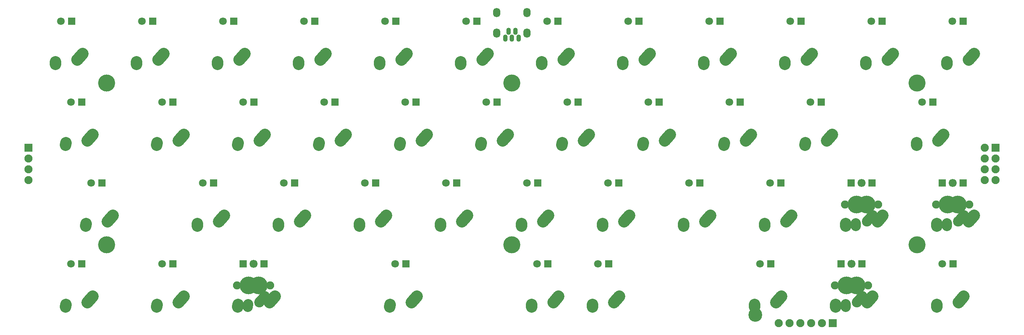
<source format=gbr>
G04 #@! TF.FileFunction,Soldermask,Top*
%FSLAX46Y46*%
G04 Gerber Fmt 4.6, Leading zero omitted, Abs format (unit mm)*
G04 Created by KiCad (PCBNEW 4.0.2-stable) date 6/1/2017 7:16:42 PM*
%MOMM*%
G01*
G04 APERTURE LIST*
%ADD10C,0.100000*%
%ADD11R,1.800200X1.800200*%
%ADD12C,1.800200*%
%ADD13C,4.000000*%
%ADD14O,1.957680X1.800200*%
%ADD15R,1.900000X1.900000*%
%ADD16O,1.900000X1.900000*%
%ADD17C,1.900000*%
%ADD18C,2.700000*%
%ADD19C,2.800000*%
%ADD20C,2.577000*%
%ADD21C,2.400000*%
%ADD22C,2.400000*%
%ADD23C,1.901800*%
%ADD24C,4.187800*%
%ADD25C,2.350000*%
%ADD26C,3.248000*%
%ADD27O,1.100000X1.700000*%
%ADD28O,1.700000X2.200000*%
G04 APERTURE END LIST*
D10*
D11*
X115570000Y-33020000D03*
D12*
X113030000Y-33020000D03*
D13*
X47625000Y-85725000D03*
X142875000Y-85725000D03*
X238125000Y-85725000D03*
X238125000Y-47625000D03*
X142875000Y-47625000D03*
X47625000Y-47625000D03*
D11*
X39370000Y-33020000D03*
D12*
X36830000Y-33020000D03*
D11*
X58420000Y-33020000D03*
D12*
X55880000Y-33020000D03*
D11*
X77470000Y-33020000D03*
D12*
X74930000Y-33020000D03*
D11*
X96520000Y-33020000D03*
D12*
X93980000Y-33020000D03*
D11*
X134620000Y-33020000D03*
D12*
X132080000Y-33020000D03*
D11*
X153670000Y-33020000D03*
D12*
X151130000Y-33020000D03*
D11*
X172720000Y-33020000D03*
D12*
X170180000Y-33020000D03*
D11*
X191770000Y-33020000D03*
D12*
X189230000Y-33020000D03*
D11*
X210820000Y-33020000D03*
D12*
X208280000Y-33020000D03*
D11*
X229870000Y-33020000D03*
D12*
X227330000Y-33020000D03*
D11*
X41751250Y-52070000D03*
D12*
X39211250Y-52070000D03*
D11*
X63182500Y-52070000D03*
D12*
X60642500Y-52070000D03*
D11*
X82232500Y-52070000D03*
D12*
X79692500Y-52070000D03*
D11*
X101282500Y-52070000D03*
D12*
X98742500Y-52070000D03*
D11*
X120332500Y-52070000D03*
D12*
X117792500Y-52070000D03*
D11*
X139382500Y-52070000D03*
D12*
X136842500Y-52070000D03*
D11*
X158432500Y-52070000D03*
D12*
X155892500Y-52070000D03*
D11*
X177482500Y-52070000D03*
D12*
X174942500Y-52070000D03*
D11*
X196532500Y-52070000D03*
D12*
X193992500Y-52070000D03*
D11*
X215582500Y-52070000D03*
D12*
X213042500Y-52070000D03*
D11*
X241776250Y-52070000D03*
D12*
X239236250Y-52070000D03*
D11*
X46513750Y-71120000D03*
D12*
X43973750Y-71120000D03*
D11*
X72707500Y-71120000D03*
D12*
X70167500Y-71120000D03*
D11*
X91757500Y-71120000D03*
D12*
X89217500Y-71120000D03*
D11*
X110807500Y-71120000D03*
D12*
X108267500Y-71120000D03*
D11*
X129857500Y-71120000D03*
D12*
X127317500Y-71120000D03*
D11*
X148907500Y-71120000D03*
D12*
X146367500Y-71120000D03*
D11*
X167957500Y-71120000D03*
D12*
X165417500Y-71120000D03*
D11*
X187007500Y-71120000D03*
D12*
X184467500Y-71120000D03*
D11*
X206057500Y-71120000D03*
D12*
X203517500Y-71120000D03*
D11*
X41751250Y-90170000D03*
D12*
X39211250Y-90170000D03*
D11*
X63182500Y-90170000D03*
D12*
X60642500Y-90170000D03*
D11*
X117951250Y-90170000D03*
D12*
X115411250Y-90170000D03*
D11*
X151288750Y-90170000D03*
D12*
X148748750Y-90170000D03*
D11*
X203676250Y-90170000D03*
D12*
X201136250Y-90170000D03*
D11*
X246538750Y-90170000D03*
D12*
X243998750Y-90170000D03*
D11*
X248920000Y-33020000D03*
D12*
X246380000Y-33020000D03*
D11*
X165576250Y-90170000D03*
D12*
X163036250Y-90170000D03*
D11*
X222566230Y-71120000D03*
X227488750Y-71120000D03*
D14*
X225027490Y-71120000D03*
D11*
X243997480Y-71120000D03*
X248920000Y-71120000D03*
D14*
X246458740Y-71120000D03*
D11*
X220184980Y-90170000D03*
X225107500Y-90170000D03*
D14*
X222646240Y-90170000D03*
D11*
X79691230Y-90170000D03*
X84613750Y-90170000D03*
D14*
X82152490Y-90170000D03*
D15*
X29210000Y-62865000D03*
D16*
X29210000Y-65405000D03*
X29210000Y-67945000D03*
X29210000Y-70485000D03*
D15*
X218281250Y-104140000D03*
D16*
X215741250Y-104140000D03*
X213201250Y-104140000D03*
X210661250Y-104140000D03*
X208121250Y-104140000D03*
X205581250Y-104140000D03*
D17*
X254000000Y-62865000D03*
D15*
X256540000Y-62865000D03*
D16*
X254000000Y-65405000D03*
X256540000Y-65405000D03*
X254000000Y-67945000D03*
X256540000Y-67945000D03*
X254000000Y-70485000D03*
X256540000Y-70485000D03*
D18*
X35560276Y-43179328D02*
X35599724Y-42600672D01*
D19*
X41881969Y-40660694D02*
X40618031Y-42079306D01*
D20*
X41900000Y-40640000D03*
X40600000Y-42100000D03*
D18*
X87947776Y-81279328D02*
X87987224Y-80700672D01*
D19*
X94269469Y-78760694D02*
X93005531Y-80179306D01*
D20*
X94287500Y-78740000D03*
X92987500Y-80200000D03*
D18*
X245110276Y-43179328D02*
X245149724Y-42600672D01*
D19*
X251431969Y-40660694D02*
X250168031Y-42079306D01*
D20*
X251450000Y-40640000D03*
X250150000Y-42100000D03*
D18*
X199866526Y-100329328D02*
X199905974Y-99750672D01*
D19*
X206188219Y-97810694D02*
X204924281Y-99229306D01*
D20*
X206206250Y-97790000D03*
X204906250Y-99250000D03*
D18*
X59372776Y-100329328D02*
X59412224Y-99750672D01*
D19*
X65694469Y-97810694D02*
X64430531Y-99229306D01*
D20*
X65712500Y-97790000D03*
X64412500Y-99250000D03*
D18*
X202247776Y-81279328D02*
X202287224Y-80700672D01*
D19*
X208569469Y-78760694D02*
X207305531Y-80179306D01*
D20*
X208587500Y-78740000D03*
X207287500Y-80200000D03*
D18*
X183197776Y-81279328D02*
X183237224Y-80700672D01*
D19*
X189519469Y-78760694D02*
X188255531Y-80179306D01*
D20*
X189537500Y-78740000D03*
X188237500Y-80200000D03*
D18*
X164147776Y-81279328D02*
X164187224Y-80700672D01*
D19*
X170469469Y-78760694D02*
X169205531Y-80179306D01*
D20*
X170487500Y-78740000D03*
X169187500Y-80200000D03*
D18*
X145097776Y-81279328D02*
X145137224Y-80700672D01*
D19*
X151419469Y-78760694D02*
X150155531Y-80179306D01*
D20*
X151437500Y-78740000D03*
X150137500Y-80200000D03*
D18*
X126047776Y-81279328D02*
X126087224Y-80700672D01*
D19*
X132369469Y-78760694D02*
X131105531Y-80179306D01*
D20*
X132387500Y-78740000D03*
X131087500Y-80200000D03*
D18*
X106997776Y-81279328D02*
X107037224Y-80700672D01*
D19*
X113319469Y-78760694D02*
X112055531Y-80179306D01*
D20*
X113337500Y-78740000D03*
X112037500Y-80200000D03*
D18*
X68897776Y-81279328D02*
X68937224Y-80700672D01*
D19*
X75219469Y-78760694D02*
X73955531Y-80179306D01*
D20*
X75237500Y-78740000D03*
X73937500Y-80200000D03*
D18*
X211772776Y-62229328D02*
X211812224Y-61650672D01*
D19*
X218094469Y-59710694D02*
X216830531Y-61129306D01*
D20*
X218112500Y-59690000D03*
X216812500Y-61150000D03*
D18*
X192722776Y-62229328D02*
X192762224Y-61650672D01*
D19*
X199044469Y-59710694D02*
X197780531Y-61129306D01*
D20*
X199062500Y-59690000D03*
X197762500Y-61150000D03*
D18*
X173672776Y-62229328D02*
X173712224Y-61650672D01*
D19*
X179994469Y-59710694D02*
X178730531Y-61129306D01*
D20*
X180012500Y-59690000D03*
X178712500Y-61150000D03*
D18*
X154622776Y-62229328D02*
X154662224Y-61650672D01*
D19*
X160944469Y-59710694D02*
X159680531Y-61129306D01*
D20*
X160962500Y-59690000D03*
X159662500Y-61150000D03*
D18*
X135572776Y-62229328D02*
X135612224Y-61650672D01*
D19*
X141894469Y-59710694D02*
X140630531Y-61129306D01*
D20*
X141912500Y-59690000D03*
X140612500Y-61150000D03*
D18*
X116522776Y-62229328D02*
X116562224Y-61650672D01*
D19*
X122844469Y-59710694D02*
X121580531Y-61129306D01*
D20*
X122862500Y-59690000D03*
X121562500Y-61150000D03*
D18*
X97472776Y-62229328D02*
X97512224Y-61650672D01*
D19*
X103794469Y-59710694D02*
X102530531Y-61129306D01*
D20*
X103812500Y-59690000D03*
X102512500Y-61150000D03*
D18*
X78422776Y-62229328D02*
X78462224Y-61650672D01*
D19*
X84744469Y-59710694D02*
X83480531Y-61129306D01*
D20*
X84762500Y-59690000D03*
X83462500Y-61150000D03*
D18*
X59372776Y-62229328D02*
X59412224Y-61650672D01*
D19*
X65694469Y-59710694D02*
X64430531Y-61129306D01*
D20*
X65712500Y-59690000D03*
X64412500Y-61150000D03*
D18*
X226060276Y-43179328D02*
X226099724Y-42600672D01*
D19*
X232381969Y-40660694D02*
X231118031Y-42079306D01*
D20*
X232400000Y-40640000D03*
X231100000Y-42100000D03*
D18*
X207010276Y-43179328D02*
X207049724Y-42600672D01*
D19*
X213331969Y-40660694D02*
X212068031Y-42079306D01*
D20*
X213350000Y-40640000D03*
X212050000Y-42100000D03*
D18*
X187960276Y-43179328D02*
X187999724Y-42600672D01*
D19*
X194281969Y-40660694D02*
X193018031Y-42079306D01*
D20*
X194300000Y-40640000D03*
X193000000Y-42100000D03*
D18*
X168910276Y-43179328D02*
X168949724Y-42600672D01*
D19*
X175231969Y-40660694D02*
X173968031Y-42079306D01*
D20*
X175250000Y-40640000D03*
X173950000Y-42100000D03*
D18*
X149860276Y-43179328D02*
X149899724Y-42600672D01*
D19*
X156181969Y-40660694D02*
X154918031Y-42079306D01*
D20*
X156200000Y-40640000D03*
X154900000Y-42100000D03*
D18*
X130810276Y-43179328D02*
X130849724Y-42600672D01*
D19*
X137131969Y-40660694D02*
X135868031Y-42079306D01*
D20*
X137150000Y-40640000D03*
X135850000Y-42100000D03*
D18*
X111760276Y-43179328D02*
X111799724Y-42600672D01*
D19*
X118081969Y-40660694D02*
X116818031Y-42079306D01*
D20*
X118100000Y-40640000D03*
X116800000Y-42100000D03*
D18*
X92710276Y-43179328D02*
X92749724Y-42600672D01*
D19*
X99031969Y-40660694D02*
X97768031Y-42079306D01*
D20*
X99050000Y-40640000D03*
X97750000Y-42100000D03*
D18*
X73660276Y-43179328D02*
X73699724Y-42600672D01*
D19*
X79981969Y-40660694D02*
X78718031Y-42079306D01*
D20*
X80000000Y-40640000D03*
X78700000Y-42100000D03*
D18*
X54610276Y-43179328D02*
X54649724Y-42600672D01*
D19*
X60931969Y-40660694D02*
X59668031Y-42079306D01*
D20*
X60950000Y-40640000D03*
X59650000Y-42100000D03*
D18*
X37941526Y-100329328D02*
X37980974Y-99750672D01*
D19*
X44263219Y-97810694D02*
X42999281Y-99229306D01*
D20*
X44281250Y-97790000D03*
X42981250Y-99250000D03*
D18*
X37941526Y-62229328D02*
X37980974Y-61650672D01*
D19*
X44263219Y-59710694D02*
X42999281Y-61129306D01*
D20*
X44281250Y-59690000D03*
X42981250Y-61150000D03*
D18*
X242729026Y-100329328D02*
X242768474Y-99750672D01*
D19*
X249050719Y-97810694D02*
X247786781Y-99229306D01*
D20*
X249068750Y-97790000D03*
X247768750Y-99250000D03*
D18*
X42704026Y-81279328D02*
X42743474Y-80700672D01*
D19*
X49025719Y-78760694D02*
X47761781Y-80179306D01*
D20*
X49043750Y-78740000D03*
X47743750Y-80200000D03*
D18*
X237966526Y-62229328D02*
X238005974Y-61650672D01*
D19*
X244288219Y-59710694D02*
X243024281Y-61129306D01*
D20*
X244306250Y-59690000D03*
X243006250Y-61150000D03*
D21*
X227618199Y-78760694D02*
X226354261Y-80179306D01*
D19*
X230000719Y-78760694D02*
X228736781Y-80179306D01*
D22*
X226336230Y-80200000D03*
X227636230Y-78740000D03*
D18*
X221296506Y-81279328D02*
X221335954Y-80700672D01*
D23*
X228916230Y-76200000D03*
D24*
X223836230Y-76200000D03*
X226218750Y-76200000D03*
D23*
X221138750Y-76200000D03*
D25*
X223677325Y-81304271D02*
X223720175Y-80675729D01*
D20*
X230018750Y-78740000D03*
X228718750Y-80200000D03*
D21*
X225236949Y-97810694D02*
X223973011Y-99229306D01*
D19*
X227619469Y-97810694D02*
X226355531Y-99229306D01*
D22*
X223954980Y-99250000D03*
X225254980Y-97790000D03*
D18*
X218915256Y-100329328D02*
X218954704Y-99750672D01*
D23*
X226534980Y-95250000D03*
D24*
X221454980Y-95250000D03*
X223837500Y-95250000D03*
D23*
X218757500Y-95250000D03*
D25*
X221296075Y-100354271D02*
X221338925Y-99725729D01*
D20*
X227637500Y-97790000D03*
X226337500Y-99250000D03*
D21*
X249049449Y-78760694D02*
X247785511Y-80179306D01*
D19*
X251431969Y-78760694D02*
X250168031Y-80179306D01*
D22*
X247767480Y-80200000D03*
X249067480Y-78740000D03*
D18*
X242727756Y-81279328D02*
X242767204Y-80700672D01*
D23*
X250347480Y-76200000D03*
D24*
X245267480Y-76200000D03*
X247650000Y-76200000D03*
D23*
X242570000Y-76200000D03*
D25*
X245108575Y-81304271D02*
X245151425Y-80675729D01*
D20*
X251450000Y-78740000D03*
X250150000Y-80200000D03*
D21*
X84743199Y-97810694D02*
X83479261Y-99229306D01*
D19*
X87125719Y-97810694D02*
X85861781Y-99229306D01*
D22*
X83461230Y-99250000D03*
X84761230Y-97790000D03*
D18*
X78421506Y-100329328D02*
X78460954Y-99750672D01*
D23*
X86041230Y-95250000D03*
D24*
X80961230Y-95250000D03*
X83343750Y-95250000D03*
D23*
X78263750Y-95250000D03*
D25*
X80802325Y-100354271D02*
X80845175Y-99725729D01*
D20*
X87143750Y-97790000D03*
X85843750Y-99250000D03*
D26*
X200056750Y-102235000D03*
D18*
X147479026Y-100329328D02*
X147518474Y-99750672D01*
D19*
X153800719Y-97810694D02*
X152536781Y-99229306D01*
D20*
X153818750Y-97790000D03*
X152518750Y-99250000D03*
D18*
X114141526Y-100329328D02*
X114180974Y-99750672D01*
D19*
X120463219Y-97810694D02*
X119199281Y-99229306D01*
D20*
X120481250Y-97790000D03*
X119181250Y-99250000D03*
D18*
X161766526Y-100329328D02*
X161805974Y-99750672D01*
D19*
X168088219Y-97810694D02*
X166824281Y-99229306D01*
D20*
X168106250Y-97790000D03*
X166806250Y-99250000D03*
D27*
X142875000Y-37047780D03*
X142077440Y-35448900D03*
X144472660Y-37047780D03*
X143672560Y-35448900D03*
D28*
X146431000Y-30988000D03*
X139319000Y-30988000D03*
D27*
X141277340Y-37047780D03*
D28*
X139319000Y-35814000D03*
X146431000Y-35814000D03*
M02*

</source>
